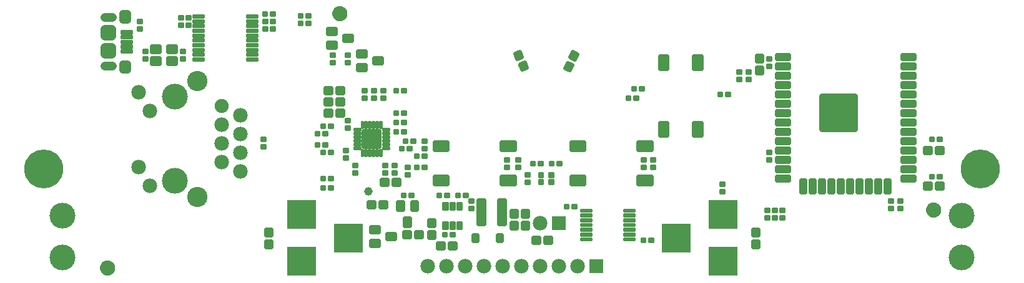
<source format=gbr>
G04 EAGLE Gerber RS-274X export*
G75*
%MOMM*%
%FSLAX34Y34*%
%LPD*%
%INSoldermask Top*%
%IPPOS*%
%AMOC8*
5,1,8,0,0,1.08239X$1,22.5*%
G01*
%ADD10C,5.283200*%
%ADD11C,3.505200*%
%ADD12C,0.399194*%
%ADD13C,0.553472*%
%ADD14C,0.446600*%
%ADD15C,0.617406*%
%ADD16C,0.525272*%
%ADD17C,0.689375*%
%ADD18C,0.728447*%
%ADD19C,0.518503*%
%ADD20C,1.219200*%
%ADD21C,0.404144*%
%ADD22C,0.897791*%
%ADD23C,1.156759*%
%ADD24C,0.296447*%
%ADD25C,0.702831*%
%ADD26C,1.981200*%
%ADD27C,1.903200*%
%ADD28C,2.743200*%
%ADD29C,3.503200*%
%ADD30R,4.013200X4.013200*%
%ADD31C,0.409631*%
%ADD32R,1.981200X1.981200*%
%ADD33C,0.329691*%
%ADD34C,1.000000*%
%ADD35C,0.343822*%
%ADD36C,0.608938*%
%ADD37C,1.159600*%


D10*
X50800Y152400D03*
X1320800Y152400D03*
D11*
X76200Y88900D03*
X76200Y31750D03*
X1295400Y31750D03*
X1295400Y88900D03*
D12*
X248400Y346040D02*
X248400Y349580D01*
X248400Y346040D02*
X244360Y346040D01*
X244360Y349580D01*
X248400Y349580D01*
X248400Y356540D02*
X248400Y360080D01*
X248400Y356540D02*
X244360Y356540D01*
X244360Y360080D01*
X248400Y360080D01*
X345960Y194980D02*
X345960Y191440D01*
X345960Y194980D02*
X350000Y194980D01*
X350000Y191440D01*
X345960Y191440D01*
X345960Y184480D02*
X345960Y180940D01*
X345960Y184480D02*
X350000Y184480D01*
X350000Y180940D01*
X345960Y180940D01*
X499860Y246980D02*
X499860Y250520D01*
X499860Y246980D02*
X495820Y246980D01*
X495820Y250520D01*
X499860Y250520D01*
X499860Y257480D02*
X499860Y261020D01*
X499860Y257480D02*
X495820Y257480D01*
X495820Y261020D01*
X499860Y261020D01*
D13*
X579829Y66869D02*
X579829Y59371D01*
X573331Y59371D01*
X573331Y66869D01*
X579829Y66869D01*
X579829Y64629D02*
X573331Y64629D01*
X579829Y75371D02*
X579829Y82869D01*
X579829Y75371D02*
X573331Y75371D01*
X573331Y82869D01*
X579829Y82869D01*
X579829Y80629D02*
X573331Y80629D01*
X352351Y70169D02*
X352351Y62671D01*
X352351Y70169D02*
X358849Y70169D01*
X358849Y62671D01*
X352351Y62671D01*
X352351Y67929D02*
X358849Y67929D01*
X352351Y54169D02*
X352351Y46671D01*
X352351Y54169D02*
X358849Y54169D01*
X358849Y46671D01*
X352351Y46671D01*
X352351Y51929D02*
X358849Y51929D01*
D12*
X691400Y163500D02*
X691400Y167040D01*
X695440Y167040D01*
X695440Y163500D01*
X691400Y163500D01*
X691400Y156540D02*
X691400Y153000D01*
X691400Y156540D02*
X695440Y156540D01*
X695440Y153000D01*
X691400Y153000D01*
X995160Y272380D02*
X995160Y275920D01*
X995160Y272380D02*
X991120Y272380D01*
X991120Y275920D01*
X995160Y275920D01*
X995160Y282880D02*
X995160Y286420D01*
X995160Y282880D02*
X991120Y282880D01*
X991120Y286420D01*
X995160Y286420D01*
X865620Y156540D02*
X865620Y153000D01*
X861580Y153000D01*
X861580Y156540D01*
X865620Y156540D01*
X865620Y163500D02*
X865620Y167040D01*
X865620Y163500D02*
X861580Y163500D01*
X861580Y167040D01*
X865620Y167040D01*
D13*
X498511Y296471D02*
X498511Y302969D01*
X509009Y302969D01*
X509009Y296471D01*
X498511Y296471D01*
X498511Y301729D02*
X509009Y301729D01*
X476511Y293469D02*
X476511Y286971D01*
X476511Y293469D02*
X487009Y293469D01*
X487009Y286971D01*
X476511Y286971D01*
X476511Y292229D02*
X487009Y292229D01*
X476511Y305971D02*
X476511Y312469D01*
X487009Y312469D01*
X487009Y305971D01*
X476511Y305971D01*
X476511Y311229D02*
X487009Y311229D01*
X457871Y326951D02*
X457871Y333449D01*
X468369Y333449D01*
X468369Y326951D01*
X457871Y326951D01*
X457871Y332209D02*
X468369Y332209D01*
X435871Y323949D02*
X435871Y317451D01*
X435871Y323949D02*
X446369Y323949D01*
X446369Y317451D01*
X435871Y317451D01*
X435871Y322709D02*
X446369Y322709D01*
X435871Y336451D02*
X435871Y342949D01*
X446369Y342949D01*
X446369Y336451D01*
X435871Y336451D01*
X435871Y341709D02*
X446369Y341709D01*
D12*
X1029220Y98460D02*
X1029220Y94920D01*
X1029220Y98460D02*
X1033260Y98460D01*
X1033260Y94920D01*
X1029220Y94920D01*
X1029220Y87960D02*
X1029220Y84420D01*
X1029220Y87960D02*
X1033260Y87960D01*
X1033260Y84420D01*
X1029220Y84420D01*
X704100Y143180D02*
X704100Y146720D01*
X708140Y146720D01*
X708140Y143180D01*
X704100Y143180D01*
X704100Y136220D02*
X704100Y132680D01*
X704100Y136220D02*
X708140Y136220D01*
X708140Y132680D01*
X704100Y132680D01*
X1252820Y191020D02*
X1256360Y191020D01*
X1252820Y191020D02*
X1252820Y195060D01*
X1256360Y195060D01*
X1256360Y191020D01*
X1256360Y194812D02*
X1252820Y194812D01*
X1263320Y191020D02*
X1266860Y191020D01*
X1263320Y191020D02*
X1263320Y195060D01*
X1266860Y195060D01*
X1266860Y191020D01*
X1266860Y194812D02*
X1263320Y194812D01*
X1256360Y140220D02*
X1252820Y140220D01*
X1252820Y144260D01*
X1256360Y144260D01*
X1256360Y140220D01*
X1256360Y144012D02*
X1252820Y144012D01*
X1263320Y140220D02*
X1266860Y140220D01*
X1263320Y140220D02*
X1263320Y144260D01*
X1266860Y144260D01*
X1266860Y140220D01*
X1266860Y144012D02*
X1263320Y144012D01*
X540420Y261100D02*
X536880Y261100D01*
X540420Y261100D02*
X540420Y257060D01*
X536880Y257060D01*
X536880Y261100D01*
X536880Y260852D02*
X540420Y260852D01*
X529920Y261100D02*
X526380Y261100D01*
X529920Y261100D02*
X529920Y257060D01*
X526380Y257060D01*
X526380Y261100D01*
X526380Y260852D02*
X529920Y260852D01*
X676160Y167040D02*
X676160Y163500D01*
X676160Y167040D02*
X680200Y167040D01*
X680200Y163500D01*
X676160Y163500D01*
X676160Y156540D02*
X676160Y153000D01*
X676160Y156540D02*
X680200Y156540D01*
X680200Y153000D01*
X676160Y153000D01*
X1007860Y272380D02*
X1007860Y275920D01*
X1007860Y272380D02*
X1003820Y272380D01*
X1003820Y275920D01*
X1007860Y275920D01*
X1007860Y282880D02*
X1007860Y286420D01*
X1007860Y282880D02*
X1003820Y282880D01*
X1003820Y286420D01*
X1007860Y286420D01*
X874280Y167040D02*
X874280Y163500D01*
X874280Y167040D02*
X878320Y167040D01*
X878320Y163500D01*
X874280Y163500D01*
X874280Y156540D02*
X874280Y153000D01*
X874280Y156540D02*
X878320Y156540D01*
X878320Y153000D01*
X874280Y153000D01*
X1200900Y100660D02*
X1200900Y97120D01*
X1196860Y97120D01*
X1196860Y100660D01*
X1200900Y100660D01*
X1200900Y107620D02*
X1200900Y111160D01*
X1200900Y107620D02*
X1196860Y107620D01*
X1196860Y111160D01*
X1200900Y111160D01*
X968260Y130480D02*
X968260Y134020D01*
X972300Y134020D01*
X972300Y130480D01*
X968260Y130480D01*
X968260Y123520D02*
X968260Y119980D01*
X968260Y123520D02*
X972300Y123520D01*
X972300Y119980D01*
X968260Y119980D01*
X976300Y256020D02*
X979840Y256020D01*
X979840Y251980D01*
X976300Y251980D01*
X976300Y256020D01*
X976300Y255772D02*
X979840Y255772D01*
X969340Y256020D02*
X965800Y256020D01*
X969340Y256020D02*
X969340Y251980D01*
X965800Y251980D01*
X965800Y256020D01*
X965800Y255772D02*
X969340Y255772D01*
X1043420Y87960D02*
X1043420Y84420D01*
X1039380Y84420D01*
X1039380Y87960D01*
X1043420Y87960D01*
X1043420Y94920D02*
X1043420Y98460D01*
X1043420Y94920D02*
X1039380Y94920D01*
X1039380Y98460D01*
X1043420Y98460D01*
X441360Y212840D02*
X437820Y212840D01*
X441360Y212840D02*
X441360Y208800D01*
X437820Y208800D01*
X437820Y212840D01*
X437820Y212592D02*
X441360Y212592D01*
X430860Y212840D02*
X427320Y212840D01*
X430860Y212840D02*
X430860Y208800D01*
X427320Y208800D01*
X427320Y212840D01*
X427320Y212592D02*
X430860Y212592D01*
X437820Y177280D02*
X441360Y177280D01*
X441360Y173240D01*
X437820Y173240D01*
X437820Y177280D01*
X437820Y177032D02*
X441360Y177032D01*
X430860Y177280D02*
X427320Y177280D01*
X430860Y177280D02*
X430860Y173240D01*
X427320Y173240D01*
X427320Y177280D01*
X427320Y177032D02*
X430860Y177032D01*
X430200Y187440D02*
X433740Y187440D01*
X433740Y183400D01*
X430200Y183400D01*
X430200Y187440D01*
X430200Y187192D02*
X433740Y187192D01*
X423240Y187440D02*
X419700Y187440D01*
X423240Y187440D02*
X423240Y183400D01*
X419700Y183400D01*
X419700Y187440D01*
X419700Y187192D02*
X423240Y187192D01*
X430200Y202680D02*
X433740Y202680D01*
X433740Y198640D01*
X430200Y198640D01*
X430200Y202680D01*
X430200Y202432D02*
X433740Y202432D01*
X423240Y202680D02*
X419700Y202680D01*
X423240Y202680D02*
X423240Y198640D01*
X419700Y198640D01*
X419700Y202680D01*
X419700Y202432D02*
X423240Y202432D01*
X526380Y201180D02*
X529920Y201180D01*
X526380Y201180D02*
X526380Y205220D01*
X529920Y205220D01*
X529920Y201180D01*
X529920Y204972D02*
X526380Y204972D01*
X536880Y201180D02*
X540420Y201180D01*
X536880Y201180D02*
X536880Y205220D01*
X540420Y205220D01*
X540420Y201180D01*
X540420Y204972D02*
X536880Y204972D01*
X554320Y152920D02*
X557860Y152920D01*
X554320Y152920D02*
X554320Y156960D01*
X557860Y156960D01*
X557860Y152920D01*
X557860Y156712D02*
X554320Y156712D01*
X564820Y152920D02*
X568360Y152920D01*
X564820Y152920D02*
X564820Y156960D01*
X568360Y156960D01*
X568360Y152920D01*
X568360Y156712D02*
X564820Y156712D01*
X568440Y178400D02*
X568440Y181940D01*
X568440Y178400D02*
X564400Y178400D01*
X564400Y181940D01*
X568440Y181940D01*
X568440Y188900D02*
X568440Y192440D01*
X568440Y188900D02*
X564400Y188900D01*
X564400Y192440D01*
X568440Y192440D01*
X529920Y226580D02*
X526380Y226580D01*
X526380Y230620D01*
X529920Y230620D01*
X529920Y226580D01*
X529920Y230372D02*
X526380Y230372D01*
X536880Y226580D02*
X540420Y226580D01*
X536880Y226580D02*
X536880Y230620D01*
X540420Y230620D01*
X540420Y226580D01*
X540420Y230372D02*
X536880Y230372D01*
X461760Y169240D02*
X461760Y165700D01*
X457720Y165700D01*
X457720Y169240D01*
X461760Y169240D01*
X461760Y176200D02*
X461760Y179740D01*
X461760Y176200D02*
X457720Y176200D01*
X457720Y179740D01*
X461760Y179740D01*
X441360Y141720D02*
X437820Y141720D01*
X441360Y141720D02*
X441360Y137680D01*
X437820Y137680D01*
X437820Y141720D01*
X437820Y141472D02*
X441360Y141472D01*
X430860Y141720D02*
X427320Y141720D01*
X430860Y141720D02*
X430860Y137680D01*
X427320Y137680D01*
X427320Y141720D01*
X427320Y141472D02*
X430860Y141472D01*
X439940Y305740D02*
X439940Y309280D01*
X443980Y309280D01*
X443980Y305740D01*
X439940Y305740D01*
X439940Y298780D02*
X439940Y295240D01*
X439940Y298780D02*
X443980Y298780D01*
X443980Y295240D01*
X439940Y295240D01*
X441360Y129020D02*
X437820Y129020D01*
X441360Y129020D02*
X441360Y124980D01*
X437820Y124980D01*
X437820Y129020D01*
X437820Y128772D02*
X441360Y128772D01*
X430860Y129020D02*
X427320Y129020D01*
X430860Y129020D02*
X430860Y124980D01*
X427320Y124980D01*
X427320Y129020D01*
X427320Y128772D02*
X430860Y128772D01*
X549580Y192520D02*
X553120Y192520D01*
X553120Y188480D01*
X549580Y188480D01*
X549580Y192520D01*
X549580Y192272D02*
X553120Y192272D01*
X542620Y192520D02*
X539080Y192520D01*
X542620Y192520D02*
X542620Y188480D01*
X539080Y188480D01*
X539080Y192520D01*
X539080Y192272D02*
X542620Y192272D01*
X529920Y213880D02*
X526380Y213880D01*
X526380Y217920D01*
X529920Y217920D01*
X529920Y213880D01*
X529920Y217672D02*
X526380Y217672D01*
X536880Y213880D02*
X540420Y213880D01*
X536880Y213880D02*
X536880Y217920D01*
X540420Y217920D01*
X540420Y213880D01*
X540420Y217672D02*
X536880Y217672D01*
X541540Y156880D02*
X541540Y153340D01*
X541540Y156880D02*
X545580Y156880D01*
X545580Y153340D01*
X541540Y153340D01*
X541540Y146380D02*
X541540Y142840D01*
X541540Y146380D02*
X545580Y146380D01*
X545580Y142840D01*
X541540Y142840D01*
X564820Y172200D02*
X568360Y172200D01*
X568360Y168160D01*
X564820Y168160D01*
X564820Y172200D01*
X564820Y171952D02*
X568360Y171952D01*
X557860Y172200D02*
X554320Y172200D01*
X557860Y172200D02*
X557860Y168160D01*
X554320Y168160D01*
X554320Y172200D01*
X554320Y171952D02*
X557860Y171952D01*
X487160Y246980D02*
X487160Y250520D01*
X487160Y246980D02*
X483120Y246980D01*
X483120Y250520D01*
X487160Y250520D01*
X487160Y257480D02*
X487160Y261020D01*
X487160Y257480D02*
X483120Y257480D01*
X483120Y261020D01*
X487160Y261020D01*
X757520Y99580D02*
X761060Y99580D01*
X757520Y99580D02*
X757520Y103620D01*
X761060Y103620D01*
X761060Y99580D01*
X761060Y103372D02*
X757520Y103372D01*
X768020Y99580D02*
X771560Y99580D01*
X768020Y99580D02*
X768020Y103620D01*
X771560Y103620D01*
X771560Y99580D01*
X771560Y103372D02*
X768020Y103372D01*
X464300Y295240D02*
X464300Y298780D01*
X464300Y295240D02*
X460260Y295240D01*
X460260Y298780D01*
X464300Y298780D01*
X464300Y305740D02*
X464300Y309280D01*
X464300Y305740D02*
X460260Y305740D01*
X460260Y309280D01*
X464300Y309280D01*
X352120Y361200D02*
X348580Y361200D01*
X348580Y365240D01*
X352120Y365240D01*
X352120Y361200D01*
X352120Y364992D02*
X348580Y364992D01*
X359080Y361200D02*
X362620Y361200D01*
X359080Y361200D02*
X359080Y365240D01*
X362620Y365240D01*
X362620Y361200D01*
X362620Y364992D02*
X359080Y364992D01*
X1213600Y100660D02*
X1213600Y97120D01*
X1209560Y97120D01*
X1209560Y100660D01*
X1213600Y100660D01*
X1213600Y107620D02*
X1213600Y111160D01*
X1213600Y107620D02*
X1209560Y107620D01*
X1209560Y111160D01*
X1213600Y111160D01*
X751240Y162040D02*
X747700Y162040D01*
X751240Y162040D02*
X751240Y158000D01*
X747700Y158000D01*
X747700Y162040D01*
X747700Y161792D02*
X751240Y161792D01*
X740740Y162040D02*
X737200Y162040D01*
X740740Y162040D02*
X740740Y158000D01*
X737200Y158000D01*
X737200Y162040D01*
X737200Y161792D02*
X740740Y161792D01*
X715340Y158000D02*
X711800Y158000D01*
X711800Y162040D01*
X715340Y162040D01*
X715340Y158000D01*
X715340Y161792D02*
X711800Y161792D01*
X722300Y158000D02*
X725840Y158000D01*
X722300Y158000D02*
X722300Y162040D01*
X725840Y162040D01*
X725840Y158000D01*
X725840Y161792D02*
X722300Y161792D01*
D13*
X456249Y262329D02*
X448751Y262329D01*
X456249Y262329D02*
X456249Y255831D01*
X448751Y255831D01*
X448751Y262329D01*
X448751Y261089D02*
X456249Y261089D01*
X440249Y262329D02*
X432751Y262329D01*
X440249Y262329D02*
X440249Y255831D01*
X432751Y255831D01*
X432751Y262329D01*
X432751Y261089D02*
X440249Y261089D01*
X440249Y225351D02*
X432751Y225351D01*
X432751Y231849D01*
X440249Y231849D01*
X440249Y225351D01*
X440249Y230609D02*
X432751Y230609D01*
X448751Y225351D02*
X456249Y225351D01*
X448751Y225351D02*
X448751Y231849D01*
X456249Y231849D01*
X456249Y225351D01*
X456249Y230609D02*
X448751Y230609D01*
D12*
X1035800Y166700D02*
X1035800Y163160D01*
X1031760Y163160D01*
X1031760Y166700D01*
X1035800Y166700D01*
X1035800Y173660D02*
X1035800Y177200D01*
X1035800Y173660D02*
X1031760Y173660D01*
X1031760Y177200D01*
X1035800Y177200D01*
X464300Y206340D02*
X464300Y209880D01*
X464300Y206340D02*
X460260Y206340D01*
X460260Y209880D01*
X464300Y209880D01*
X464300Y216840D02*
X464300Y220380D01*
X464300Y216840D02*
X460260Y216840D01*
X460260Y220380D01*
X464300Y220380D01*
X470420Y159420D02*
X470420Y155880D01*
X470420Y159420D02*
X474460Y159420D01*
X474460Y155880D01*
X470420Y155880D01*
X470420Y148920D02*
X470420Y145380D01*
X470420Y148920D02*
X474460Y148920D01*
X474460Y145380D01*
X470420Y145380D01*
D13*
X524951Y137869D02*
X532449Y137869D01*
X532449Y131371D01*
X524951Y131371D01*
X524951Y137869D01*
X524951Y136629D02*
X532449Y136629D01*
X516449Y137869D02*
X508951Y137869D01*
X516449Y137869D02*
X516449Y131371D01*
X508951Y131371D01*
X508951Y137869D01*
X508951Y136629D02*
X516449Y136629D01*
X1024329Y282891D02*
X1024329Y290389D01*
X1024329Y282891D02*
X1017831Y282891D01*
X1017831Y290389D01*
X1024329Y290389D01*
X1024329Y288149D02*
X1017831Y288149D01*
X1024329Y298891D02*
X1024329Y306389D01*
X1024329Y298891D02*
X1017831Y298891D01*
X1017831Y306389D01*
X1024329Y306389D01*
X1024329Y304149D02*
X1017831Y304149D01*
D12*
X1035800Y293700D02*
X1035800Y290160D01*
X1031760Y290160D01*
X1031760Y293700D01*
X1035800Y293700D01*
X1035800Y300660D02*
X1035800Y304200D01*
X1035800Y300660D02*
X1031760Y300660D01*
X1031760Y304200D01*
X1035800Y304200D01*
D13*
X1012751Y70169D02*
X1012751Y62671D01*
X1012751Y70169D02*
X1019249Y70169D01*
X1019249Y62671D01*
X1012751Y62671D01*
X1012751Y67929D02*
X1019249Y67929D01*
X1012751Y54169D02*
X1012751Y46671D01*
X1012751Y54169D02*
X1019249Y54169D01*
X1019249Y46671D01*
X1012751Y46671D01*
X1012751Y51929D02*
X1019249Y51929D01*
X685091Y88071D02*
X685091Y95569D01*
X691589Y95569D01*
X691589Y88071D01*
X685091Y88071D01*
X685091Y93329D02*
X691589Y93329D01*
X685091Y79569D02*
X685091Y72071D01*
X685091Y79569D02*
X691589Y79569D01*
X691589Y72071D01*
X685091Y72071D01*
X685091Y77329D02*
X691589Y77329D01*
D12*
X1049540Y94920D02*
X1049540Y98460D01*
X1053580Y98460D01*
X1053580Y94920D01*
X1049540Y94920D01*
X1049540Y87960D02*
X1049540Y84420D01*
X1049540Y87960D02*
X1053580Y87960D01*
X1053580Y84420D01*
X1049540Y84420D01*
X511060Y155880D02*
X511060Y159420D01*
X515100Y159420D01*
X515100Y155880D01*
X511060Y155880D01*
X511060Y148920D02*
X511060Y145380D01*
X511060Y148920D02*
X515100Y148920D01*
X515100Y145380D01*
X511060Y145380D01*
X523760Y155880D02*
X523760Y159420D01*
X527800Y159420D01*
X527800Y155880D01*
X523760Y155880D01*
X523760Y148920D02*
X523760Y145380D01*
X523760Y148920D02*
X527800Y148920D01*
X527800Y145380D01*
X523760Y145380D01*
X348500Y351460D02*
X348500Y355000D01*
X352540Y355000D01*
X352540Y351460D01*
X348500Y351460D01*
X348500Y344500D02*
X348500Y340960D01*
X348500Y344500D02*
X352540Y344500D01*
X352540Y340960D01*
X348500Y340960D01*
X358660Y351460D02*
X358660Y355000D01*
X362700Y355000D01*
X362700Y351460D01*
X358660Y351460D01*
X358660Y344500D02*
X358660Y340960D01*
X358660Y344500D02*
X362700Y344500D01*
X362700Y340960D01*
X358660Y340960D01*
X238240Y346040D02*
X238240Y349580D01*
X238240Y346040D02*
X234200Y346040D01*
X234200Y349580D01*
X238240Y349580D01*
X238240Y356540D02*
X238240Y360080D01*
X238240Y356540D02*
X234200Y356540D01*
X234200Y360080D01*
X238240Y360080D01*
D13*
X516291Y64209D02*
X516291Y57711D01*
X516291Y64209D02*
X526789Y64209D01*
X526789Y57711D01*
X516291Y57711D01*
X516291Y62969D02*
X526789Y62969D01*
X494291Y54709D02*
X494291Y48211D01*
X494291Y54709D02*
X504789Y54709D01*
X504789Y48211D01*
X494291Y48211D01*
X494291Y53469D02*
X504789Y53469D01*
X494291Y67211D02*
X494291Y73709D01*
X504789Y73709D01*
X504789Y67211D01*
X494291Y67211D01*
X494291Y72469D02*
X504789Y72469D01*
D12*
X182360Y340960D02*
X182360Y344500D01*
X182360Y340960D02*
X178320Y340960D01*
X178320Y344500D01*
X182360Y344500D01*
X182360Y351460D02*
X182360Y355000D01*
X182360Y351460D02*
X178320Y351460D01*
X178320Y355000D01*
X182360Y355000D01*
D13*
X448751Y247089D02*
X456249Y247089D01*
X456249Y240591D01*
X448751Y240591D01*
X448751Y247089D01*
X448751Y245849D02*
X456249Y245849D01*
X440249Y247089D02*
X432751Y247089D01*
X440249Y247089D02*
X440249Y240591D01*
X432751Y240591D01*
X432751Y247089D01*
X432751Y245849D02*
X440249Y245849D01*
D14*
X611787Y105683D02*
X611787Y98117D01*
X611787Y105683D02*
X616253Y105683D01*
X616253Y98117D01*
X611787Y98117D01*
X611787Y102360D02*
X616253Y102360D01*
X602287Y105683D02*
X602287Y98117D01*
X602287Y105683D02*
X606753Y105683D01*
X606753Y98117D01*
X602287Y98117D01*
X602287Y102360D02*
X606753Y102360D01*
X592787Y105683D02*
X592787Y98117D01*
X592787Y105683D02*
X597253Y105683D01*
X597253Y98117D01*
X592787Y98117D01*
X592787Y102360D02*
X597253Y102360D01*
X592787Y79683D02*
X592787Y72117D01*
X592787Y79683D02*
X597253Y79683D01*
X597253Y72117D01*
X592787Y72117D01*
X592787Y76360D02*
X597253Y76360D01*
X602287Y79683D02*
X602287Y72117D01*
X602287Y79683D02*
X606753Y79683D01*
X606753Y72117D01*
X602287Y72117D01*
X602287Y76360D02*
X606753Y76360D01*
X611787Y79683D02*
X611787Y72117D01*
X611787Y79683D02*
X616253Y79683D01*
X616253Y72117D01*
X611787Y72117D01*
X611787Y76360D02*
X616253Y76360D01*
D15*
X639931Y77551D02*
X647789Y77551D01*
X639931Y77551D02*
X639931Y110409D01*
X647789Y110409D01*
X647789Y77551D01*
X647789Y83416D02*
X639931Y83416D01*
X639931Y89281D02*
X647789Y89281D01*
X647789Y95146D02*
X639931Y95146D01*
X639931Y101011D02*
X647789Y101011D01*
X647789Y106876D02*
X639931Y106876D01*
X667931Y77551D02*
X675789Y77551D01*
X667931Y77551D02*
X667931Y110409D01*
X675789Y110409D01*
X675789Y77551D01*
X675789Y83416D02*
X667931Y83416D01*
X667931Y89281D02*
X675789Y89281D01*
X675789Y95146D02*
X667931Y95146D01*
X667931Y101011D02*
X675789Y101011D01*
X675789Y106876D02*
X667931Y106876D01*
D12*
X606460Y65520D02*
X602920Y65520D01*
X606460Y65520D02*
X606460Y61480D01*
X602920Y61480D01*
X602920Y65520D01*
X602920Y65272D02*
X606460Y65272D01*
X595960Y65520D02*
X592420Y65520D01*
X595960Y65520D02*
X595960Y61480D01*
X592420Y61480D01*
X592420Y65520D01*
X592420Y65272D02*
X595960Y65272D01*
X627900Y107620D02*
X627900Y111160D01*
X631940Y111160D01*
X631940Y107620D01*
X627900Y107620D01*
X627900Y100660D02*
X627900Y97120D01*
X627900Y100660D02*
X631940Y100660D01*
X631940Y97120D01*
X627900Y97120D01*
X613740Y114820D02*
X610200Y114820D01*
X610200Y118860D01*
X613740Y118860D01*
X613740Y114820D01*
X613740Y118612D02*
X610200Y118612D01*
X620700Y114820D02*
X624240Y114820D01*
X620700Y114820D02*
X620700Y118860D01*
X624240Y118860D01*
X624240Y114820D01*
X624240Y118612D02*
X620700Y118612D01*
X588340Y114820D02*
X584800Y114820D01*
X584800Y118860D01*
X588340Y118860D01*
X588340Y114820D01*
X588340Y118612D02*
X584800Y118612D01*
X595300Y114820D02*
X598840Y114820D01*
X595300Y114820D02*
X595300Y118860D01*
X598840Y118860D01*
X598840Y114820D01*
X598840Y118612D02*
X595300Y118612D01*
D16*
X639359Y62906D02*
X639359Y53934D01*
X633435Y53934D01*
X633435Y62906D01*
X639359Y62906D01*
X639359Y58924D02*
X633435Y58924D01*
X672125Y62906D02*
X672125Y53934D01*
X666201Y53934D01*
X666201Y62906D01*
X672125Y62906D01*
X672125Y58924D02*
X666201Y58924D01*
D12*
X540080Y114820D02*
X536540Y114820D01*
X536540Y118860D01*
X540080Y118860D01*
X540080Y114820D01*
X540080Y118612D02*
X536540Y118612D01*
X547040Y114820D02*
X550580Y114820D01*
X547040Y114820D02*
X547040Y118860D01*
X550580Y118860D01*
X550580Y114820D01*
X550580Y118612D02*
X547040Y118612D01*
D13*
X546929Y60251D02*
X539431Y60251D01*
X539431Y66749D01*
X546929Y66749D01*
X546929Y60251D01*
X546929Y65509D02*
X539431Y65509D01*
X555431Y60251D02*
X562929Y60251D01*
X555431Y60251D02*
X555431Y66749D01*
X562929Y66749D01*
X562929Y60251D01*
X562929Y65509D02*
X555431Y65509D01*
D17*
X581431Y132451D02*
X597569Y132451D01*
X581431Y132451D02*
X581431Y141589D01*
X597569Y141589D01*
X597569Y132451D01*
X597569Y139000D02*
X581431Y139000D01*
X581431Y178451D02*
X597569Y178451D01*
X581431Y178451D02*
X581431Y187589D01*
X597569Y187589D01*
X597569Y178451D01*
X597569Y185000D02*
X581431Y185000D01*
X672431Y178451D02*
X688569Y178451D01*
X672431Y178451D02*
X672431Y187589D01*
X688569Y187589D01*
X688569Y178451D01*
X688569Y185000D02*
X672431Y185000D01*
X672431Y132451D02*
X688569Y132451D01*
X672431Y132451D02*
X672431Y141589D01*
X688569Y141589D01*
X688569Y132451D01*
X688569Y139000D02*
X672431Y139000D01*
X941969Y197891D02*
X941969Y214029D01*
X941969Y197891D02*
X932831Y197891D01*
X932831Y214029D01*
X941969Y214029D01*
X941969Y204440D02*
X932831Y204440D01*
X932831Y210989D02*
X941969Y210989D01*
X895969Y214029D02*
X895969Y197891D01*
X886831Y197891D01*
X886831Y214029D01*
X895969Y214029D01*
X895969Y204440D02*
X886831Y204440D01*
X886831Y210989D02*
X895969Y210989D01*
X895969Y288891D02*
X895969Y305029D01*
X895969Y288891D02*
X886831Y288891D01*
X886831Y305029D01*
X895969Y305029D01*
X895969Y295440D02*
X886831Y295440D01*
X886831Y301989D02*
X895969Y301989D01*
X941969Y305029D02*
X941969Y288891D01*
X932831Y288891D01*
X932831Y305029D01*
X941969Y305029D01*
X941969Y295440D02*
X932831Y295440D01*
X932831Y301989D02*
X941969Y301989D01*
X782989Y132451D02*
X766851Y132451D01*
X766851Y141589D01*
X782989Y141589D01*
X782989Y132451D01*
X782989Y139000D02*
X766851Y139000D01*
X766851Y178451D02*
X782989Y178451D01*
X766851Y178451D02*
X766851Y187589D01*
X782989Y187589D01*
X782989Y178451D01*
X782989Y185000D02*
X766851Y185000D01*
X857851Y178451D02*
X873989Y178451D01*
X857851Y178451D02*
X857851Y187589D01*
X873989Y187589D01*
X873989Y178451D01*
X873989Y185000D02*
X857851Y185000D01*
X857851Y132451D02*
X873989Y132451D01*
X857851Y132451D02*
X857851Y141589D01*
X873989Y141589D01*
X873989Y132451D01*
X873989Y139000D02*
X857851Y139000D01*
D12*
X537540Y178320D02*
X534000Y178320D01*
X534000Y182360D01*
X537540Y182360D01*
X537540Y178320D01*
X537540Y182112D02*
X534000Y182112D01*
X544500Y178320D02*
X548040Y178320D01*
X544500Y178320D02*
X544500Y182360D01*
X548040Y182360D01*
X548040Y178320D01*
X548040Y182112D02*
X544500Y182112D01*
X508520Y257480D02*
X508520Y261020D01*
X512560Y261020D01*
X512560Y257480D01*
X508520Y257480D01*
X508520Y250520D02*
X508520Y246980D01*
X508520Y250520D02*
X512560Y250520D01*
X512560Y246980D01*
X508520Y246980D01*
X861660Y53860D02*
X865200Y53860D01*
X861660Y53860D02*
X861660Y57900D01*
X865200Y57900D01*
X865200Y53860D01*
X865200Y57652D02*
X861660Y57652D01*
X872160Y53860D02*
X875700Y53860D01*
X872160Y53860D02*
X872160Y57900D01*
X875700Y57900D01*
X875700Y53860D01*
X875700Y57652D02*
X872160Y57652D01*
D18*
X1105546Y206686D02*
X1150294Y206686D01*
X1105546Y206686D02*
X1105546Y251434D01*
X1150294Y251434D01*
X1150294Y206686D01*
X1150294Y213606D02*
X1105546Y213606D01*
X1105546Y220526D02*
X1150294Y220526D01*
X1150294Y227446D02*
X1105546Y227446D01*
X1105546Y234366D02*
X1150294Y234366D01*
X1150294Y241286D02*
X1105546Y241286D01*
X1105546Y248206D02*
X1150294Y248206D01*
D19*
X1061344Y301136D02*
X1044496Y301136D01*
X1044496Y306984D01*
X1061344Y306984D01*
X1061344Y301136D01*
X1061344Y306062D02*
X1044496Y306062D01*
X1044496Y288436D02*
X1061344Y288436D01*
X1044496Y288436D02*
X1044496Y294284D01*
X1061344Y294284D01*
X1061344Y288436D01*
X1061344Y293362D02*
X1044496Y293362D01*
X1044496Y275736D02*
X1061344Y275736D01*
X1044496Y275736D02*
X1044496Y281584D01*
X1061344Y281584D01*
X1061344Y275736D01*
X1061344Y280662D02*
X1044496Y280662D01*
X1044496Y263036D02*
X1061344Y263036D01*
X1044496Y263036D02*
X1044496Y268884D01*
X1061344Y268884D01*
X1061344Y263036D01*
X1061344Y267962D02*
X1044496Y267962D01*
X1044496Y250336D02*
X1061344Y250336D01*
X1044496Y250336D02*
X1044496Y256184D01*
X1061344Y256184D01*
X1061344Y250336D01*
X1061344Y255262D02*
X1044496Y255262D01*
X1044496Y237636D02*
X1061344Y237636D01*
X1044496Y237636D02*
X1044496Y243484D01*
X1061344Y243484D01*
X1061344Y237636D01*
X1061344Y242562D02*
X1044496Y242562D01*
X1044496Y224936D02*
X1061344Y224936D01*
X1044496Y224936D02*
X1044496Y230784D01*
X1061344Y230784D01*
X1061344Y224936D01*
X1061344Y229862D02*
X1044496Y229862D01*
X1044496Y212236D02*
X1061344Y212236D01*
X1044496Y212236D02*
X1044496Y218084D01*
X1061344Y218084D01*
X1061344Y212236D01*
X1061344Y217162D02*
X1044496Y217162D01*
X1044496Y199536D02*
X1061344Y199536D01*
X1044496Y199536D02*
X1044496Y205384D01*
X1061344Y205384D01*
X1061344Y199536D01*
X1061344Y204462D02*
X1044496Y204462D01*
X1044496Y186836D02*
X1061344Y186836D01*
X1044496Y186836D02*
X1044496Y192684D01*
X1061344Y192684D01*
X1061344Y186836D01*
X1061344Y191762D02*
X1044496Y191762D01*
X1044496Y174136D02*
X1061344Y174136D01*
X1044496Y174136D02*
X1044496Y179984D01*
X1061344Y179984D01*
X1061344Y174136D01*
X1061344Y179062D02*
X1044496Y179062D01*
X1044496Y161436D02*
X1061344Y161436D01*
X1044496Y161436D02*
X1044496Y167284D01*
X1061344Y167284D01*
X1061344Y161436D01*
X1061344Y166362D02*
X1044496Y166362D01*
X1044496Y148736D02*
X1061344Y148736D01*
X1044496Y148736D02*
X1044496Y154584D01*
X1061344Y154584D01*
X1061344Y148736D01*
X1061344Y153662D02*
X1044496Y153662D01*
X1044496Y136036D02*
X1061344Y136036D01*
X1044496Y136036D02*
X1044496Y141884D01*
X1061344Y141884D01*
X1061344Y136036D01*
X1061344Y140962D02*
X1044496Y140962D01*
X1083694Y137384D02*
X1083694Y120536D01*
X1077846Y120536D01*
X1077846Y137384D01*
X1083694Y137384D01*
X1083694Y125462D02*
X1077846Y125462D01*
X1077846Y130388D02*
X1083694Y130388D01*
X1083694Y135314D02*
X1077846Y135314D01*
X1096394Y137384D02*
X1096394Y120536D01*
X1090546Y120536D01*
X1090546Y137384D01*
X1096394Y137384D01*
X1096394Y125462D02*
X1090546Y125462D01*
X1090546Y130388D02*
X1096394Y130388D01*
X1096394Y135314D02*
X1090546Y135314D01*
X1109094Y137384D02*
X1109094Y120536D01*
X1103246Y120536D01*
X1103246Y137384D01*
X1109094Y137384D01*
X1109094Y125462D02*
X1103246Y125462D01*
X1103246Y130388D02*
X1109094Y130388D01*
X1109094Y135314D02*
X1103246Y135314D01*
X1121794Y137384D02*
X1121794Y120536D01*
X1115946Y120536D01*
X1115946Y137384D01*
X1121794Y137384D01*
X1121794Y125462D02*
X1115946Y125462D01*
X1115946Y130388D02*
X1121794Y130388D01*
X1121794Y135314D02*
X1115946Y135314D01*
X1134494Y137384D02*
X1134494Y120536D01*
X1128646Y120536D01*
X1128646Y137384D01*
X1134494Y137384D01*
X1134494Y125462D02*
X1128646Y125462D01*
X1128646Y130388D02*
X1134494Y130388D01*
X1134494Y135314D02*
X1128646Y135314D01*
X1147194Y137384D02*
X1147194Y120536D01*
X1141346Y120536D01*
X1141346Y137384D01*
X1147194Y137384D01*
X1147194Y125462D02*
X1141346Y125462D01*
X1141346Y130388D02*
X1147194Y130388D01*
X1147194Y135314D02*
X1141346Y135314D01*
X1159894Y137384D02*
X1159894Y120536D01*
X1154046Y120536D01*
X1154046Y137384D01*
X1159894Y137384D01*
X1159894Y125462D02*
X1154046Y125462D01*
X1154046Y130388D02*
X1159894Y130388D01*
X1159894Y135314D02*
X1154046Y135314D01*
X1172594Y137384D02*
X1172594Y120536D01*
X1166746Y120536D01*
X1166746Y137384D01*
X1172594Y137384D01*
X1172594Y125462D02*
X1166746Y125462D01*
X1166746Y130388D02*
X1172594Y130388D01*
X1172594Y135314D02*
X1166746Y135314D01*
X1185294Y137384D02*
X1185294Y120536D01*
X1179446Y120536D01*
X1179446Y137384D01*
X1185294Y137384D01*
X1185294Y125462D02*
X1179446Y125462D01*
X1179446Y130388D02*
X1185294Y130388D01*
X1185294Y135314D02*
X1179446Y135314D01*
X1197994Y137384D02*
X1197994Y120536D01*
X1192146Y120536D01*
X1192146Y137384D01*
X1197994Y137384D01*
X1197994Y125462D02*
X1192146Y125462D01*
X1192146Y130388D02*
X1197994Y130388D01*
X1197994Y135314D02*
X1192146Y135314D01*
X1214496Y141884D02*
X1231344Y141884D01*
X1231344Y136036D01*
X1214496Y136036D01*
X1214496Y141884D01*
X1214496Y140962D02*
X1231344Y140962D01*
X1231344Y154584D02*
X1214496Y154584D01*
X1231344Y154584D02*
X1231344Y148736D01*
X1214496Y148736D01*
X1214496Y154584D01*
X1214496Y153662D02*
X1231344Y153662D01*
X1231344Y167284D02*
X1214496Y167284D01*
X1231344Y167284D02*
X1231344Y161436D01*
X1214496Y161436D01*
X1214496Y167284D01*
X1214496Y166362D02*
X1231344Y166362D01*
X1231344Y179984D02*
X1214496Y179984D01*
X1231344Y179984D02*
X1231344Y174136D01*
X1214496Y174136D01*
X1214496Y179984D01*
X1214496Y179062D02*
X1231344Y179062D01*
X1231344Y192684D02*
X1214496Y192684D01*
X1231344Y192684D02*
X1231344Y186836D01*
X1214496Y186836D01*
X1214496Y192684D01*
X1214496Y191762D02*
X1231344Y191762D01*
X1231344Y205384D02*
X1214496Y205384D01*
X1231344Y205384D02*
X1231344Y199536D01*
X1214496Y199536D01*
X1214496Y205384D01*
X1214496Y204462D02*
X1231344Y204462D01*
X1231344Y218084D02*
X1214496Y218084D01*
X1231344Y218084D02*
X1231344Y212236D01*
X1214496Y212236D01*
X1214496Y218084D01*
X1214496Y217162D02*
X1231344Y217162D01*
X1231344Y230784D02*
X1214496Y230784D01*
X1231344Y230784D02*
X1231344Y224936D01*
X1214496Y224936D01*
X1214496Y230784D01*
X1214496Y229862D02*
X1231344Y229862D01*
X1231344Y243484D02*
X1214496Y243484D01*
X1231344Y243484D02*
X1231344Y237636D01*
X1214496Y237636D01*
X1214496Y243484D01*
X1214496Y242562D02*
X1231344Y242562D01*
X1231344Y256184D02*
X1214496Y256184D01*
X1231344Y256184D02*
X1231344Y250336D01*
X1214496Y250336D01*
X1214496Y256184D01*
X1214496Y255262D02*
X1231344Y255262D01*
X1231344Y268884D02*
X1214496Y268884D01*
X1231344Y268884D02*
X1231344Y263036D01*
X1214496Y263036D01*
X1214496Y268884D01*
X1214496Y267962D02*
X1231344Y267962D01*
X1231344Y281584D02*
X1214496Y281584D01*
X1231344Y281584D02*
X1231344Y275736D01*
X1214496Y275736D01*
X1214496Y281584D01*
X1214496Y280662D02*
X1231344Y280662D01*
X1231344Y294284D02*
X1214496Y294284D01*
X1231344Y294284D02*
X1231344Y288436D01*
X1214496Y288436D01*
X1214496Y294284D01*
X1214496Y293362D02*
X1231344Y293362D01*
X1231344Y306984D02*
X1214496Y306984D01*
X1231344Y306984D02*
X1231344Y301136D01*
X1214496Y301136D01*
X1214496Y306984D01*
X1214496Y306062D02*
X1231344Y306062D01*
D20*
X143430Y358120D02*
X133270Y358120D01*
X133270Y292120D02*
X143430Y292120D01*
D21*
X169096Y324124D02*
X169096Y326116D01*
X169096Y324124D02*
X156104Y324124D01*
X156104Y326116D01*
X169096Y326116D01*
X169096Y330624D02*
X169096Y332616D01*
X169096Y330624D02*
X156104Y330624D01*
X156104Y332616D01*
X169096Y332616D01*
X169096Y319616D02*
X169096Y317624D01*
X156104Y317624D01*
X156104Y319616D01*
X169096Y319616D01*
X169096Y313116D02*
X169096Y311124D01*
X156104Y311124D01*
X156104Y313116D01*
X169096Y313116D01*
X169096Y337124D02*
X169096Y339116D01*
X169096Y337124D02*
X156104Y337124D01*
X156104Y339116D01*
X169096Y339116D01*
D22*
X164357Y354593D02*
X157303Y354593D01*
X157303Y363647D01*
X164357Y363647D01*
X164357Y354593D01*
X164357Y363122D02*
X157303Y363122D01*
X157303Y286593D02*
X164357Y286593D01*
X157303Y286593D02*
X157303Y295647D01*
X164357Y295647D01*
X164357Y286593D01*
X164357Y295122D02*
X157303Y295122D01*
D23*
X133618Y332388D02*
X133618Y341852D01*
X143082Y341852D01*
X143082Y332388D01*
X133618Y332388D01*
X133618Y317852D02*
X133618Y308388D01*
X133618Y317852D02*
X143082Y317852D01*
X143082Y308388D01*
X133618Y308388D01*
D24*
X510816Y181374D02*
X518484Y181374D01*
X518484Y179706D01*
X510816Y179706D01*
X510816Y181374D01*
X510816Y186374D02*
X518484Y186374D01*
X518484Y184706D01*
X510816Y184706D01*
X510816Y186374D01*
X510816Y191374D02*
X518484Y191374D01*
X518484Y189706D01*
X510816Y189706D01*
X510816Y191374D01*
X510816Y196374D02*
X518484Y196374D01*
X518484Y194706D01*
X510816Y194706D01*
X510816Y196374D01*
X510816Y201374D02*
X518484Y201374D01*
X518484Y199706D01*
X510816Y199706D01*
X510816Y201374D01*
X510816Y206374D02*
X518484Y206374D01*
X518484Y204706D01*
X510816Y204706D01*
X510816Y206374D01*
X479784Y206374D02*
X472116Y206374D01*
X479784Y206374D02*
X479784Y204706D01*
X472116Y204706D01*
X472116Y206374D01*
X472116Y201374D02*
X479784Y201374D01*
X479784Y199706D01*
X472116Y199706D01*
X472116Y201374D01*
X472116Y196374D02*
X479784Y196374D01*
X479784Y194706D01*
X472116Y194706D01*
X472116Y196374D01*
X472116Y191374D02*
X479784Y191374D01*
X479784Y189706D01*
X472116Y189706D01*
X472116Y191374D01*
X472116Y186374D02*
X479784Y186374D01*
X479784Y184706D01*
X472116Y184706D01*
X472116Y186374D01*
X472116Y181374D02*
X479784Y181374D01*
X479784Y179706D01*
X472116Y179706D01*
X472116Y181374D01*
X483634Y177524D02*
X483634Y169856D01*
X481966Y169856D01*
X481966Y177524D01*
X483634Y177524D01*
X483634Y172672D02*
X481966Y172672D01*
X481966Y175488D02*
X483634Y175488D01*
X488634Y177524D02*
X488634Y169856D01*
X486966Y169856D01*
X486966Y177524D01*
X488634Y177524D01*
X488634Y172672D02*
X486966Y172672D01*
X486966Y175488D02*
X488634Y175488D01*
X493634Y177524D02*
X493634Y169856D01*
X491966Y169856D01*
X491966Y177524D01*
X493634Y177524D01*
X493634Y172672D02*
X491966Y172672D01*
X491966Y175488D02*
X493634Y175488D01*
X498634Y177524D02*
X498634Y169856D01*
X496966Y169856D01*
X496966Y177524D01*
X498634Y177524D01*
X498634Y172672D02*
X496966Y172672D01*
X496966Y175488D02*
X498634Y175488D01*
X503634Y177524D02*
X503634Y169856D01*
X501966Y169856D01*
X501966Y177524D01*
X503634Y177524D01*
X503634Y172672D02*
X501966Y172672D01*
X501966Y175488D02*
X503634Y175488D01*
X508634Y177524D02*
X508634Y169856D01*
X506966Y169856D01*
X506966Y177524D01*
X508634Y177524D01*
X508634Y172672D02*
X506966Y172672D01*
X506966Y175488D02*
X508634Y175488D01*
X508634Y208556D02*
X508634Y216224D01*
X508634Y208556D02*
X506966Y208556D01*
X506966Y216224D01*
X508634Y216224D01*
X508634Y211372D02*
X506966Y211372D01*
X506966Y214188D02*
X508634Y214188D01*
X503634Y216224D02*
X503634Y208556D01*
X501966Y208556D01*
X501966Y216224D01*
X503634Y216224D01*
X503634Y211372D02*
X501966Y211372D01*
X501966Y214188D02*
X503634Y214188D01*
X498634Y216224D02*
X498634Y208556D01*
X496966Y208556D01*
X496966Y216224D01*
X498634Y216224D01*
X498634Y211372D02*
X496966Y211372D01*
X496966Y214188D02*
X498634Y214188D01*
X493634Y216224D02*
X493634Y208556D01*
X491966Y208556D01*
X491966Y216224D01*
X493634Y216224D01*
X493634Y211372D02*
X491966Y211372D01*
X491966Y214188D02*
X493634Y214188D01*
X488634Y216224D02*
X488634Y208556D01*
X486966Y208556D01*
X486966Y216224D01*
X488634Y216224D01*
X488634Y211372D02*
X486966Y211372D01*
X486966Y214188D02*
X488634Y214188D01*
X483634Y216224D02*
X483634Y208556D01*
X481966Y208556D01*
X481966Y216224D01*
X483634Y216224D01*
X483634Y211372D02*
X481966Y211372D01*
X481966Y214188D02*
X483634Y214188D01*
D25*
X505302Y203042D02*
X505302Y183038D01*
X485298Y183038D01*
X485298Y203042D01*
X505302Y203042D01*
X505302Y189715D02*
X485298Y189715D01*
X485298Y196392D02*
X505302Y196392D01*
D26*
X317490Y148598D03*
X292090Y161298D03*
X317490Y173998D03*
X292090Y186698D03*
X317490Y199398D03*
X292090Y212098D03*
X317490Y224798D03*
D27*
X292090Y237498D03*
D28*
X259090Y271798D03*
X259090Y114298D03*
D29*
X228590Y135898D03*
X228590Y250198D03*
D26*
X194804Y129785D03*
X179604Y256285D03*
X194809Y230904D03*
X179609Y155204D03*
D30*
X400050Y26670D03*
X400050Y90170D03*
X463550Y58420D03*
X971550Y26670D03*
X971550Y90170D03*
X908050Y58420D03*
D31*
X726488Y141982D02*
X722552Y141982D01*
X722552Y146418D01*
X726488Y146418D01*
X726488Y141982D01*
X726488Y145873D02*
X722552Y145873D01*
X736552Y141982D02*
X740488Y141982D01*
X736552Y141982D02*
X736552Y146418D01*
X740488Y146418D01*
X740488Y141982D01*
X740488Y145873D02*
X736552Y145873D01*
X736552Y132982D02*
X740488Y132982D01*
X736552Y132982D02*
X736552Y137418D01*
X740488Y137418D01*
X740488Y132982D01*
X740488Y136873D02*
X736552Y136873D01*
X726488Y132982D02*
X722552Y132982D01*
X722552Y137418D01*
X726488Y137418D01*
X726488Y132982D01*
X726488Y136873D02*
X722552Y136873D01*
D32*
X800100Y20320D03*
D26*
X774700Y20320D03*
X749300Y20320D03*
X723900Y20320D03*
X698500Y20320D03*
X673100Y20320D03*
X647700Y20320D03*
X622300Y20320D03*
X596900Y20320D03*
X571500Y20320D03*
D33*
X837816Y57788D02*
X851284Y57788D01*
X851284Y55496D01*
X837816Y55496D01*
X837816Y57788D01*
X837816Y64392D02*
X851284Y64392D01*
X851284Y62100D01*
X837816Y62100D01*
X837816Y64392D01*
X837816Y70742D02*
X851284Y70742D01*
X851284Y68450D01*
X837816Y68450D01*
X837816Y70742D01*
X837816Y77346D02*
X851284Y77346D01*
X851284Y75054D01*
X837816Y75054D01*
X837816Y77346D01*
X837816Y83950D02*
X851284Y83950D01*
X851284Y81658D01*
X837816Y81658D01*
X837816Y83950D01*
X837816Y90300D02*
X851284Y90300D01*
X851284Y88008D01*
X837816Y88008D01*
X837816Y90300D01*
X837816Y96904D02*
X851284Y96904D01*
X851284Y94612D01*
X837816Y94612D01*
X837816Y96904D01*
X792864Y96904D02*
X779396Y96904D01*
X792864Y96904D02*
X792864Y94612D01*
X779396Y94612D01*
X779396Y96904D01*
X779396Y90300D02*
X792864Y90300D01*
X792864Y88008D01*
X779396Y88008D01*
X779396Y90300D01*
X779396Y83950D02*
X792864Y83950D01*
X792864Y81658D01*
X779396Y81658D01*
X779396Y83950D01*
X779396Y77346D02*
X792864Y77346D01*
X792864Y75054D01*
X779396Y75054D01*
X779396Y77346D01*
X779396Y70742D02*
X792864Y70742D01*
X792864Y68450D01*
X779396Y68450D01*
X779396Y70742D01*
X779396Y64392D02*
X792864Y64392D01*
X792864Y62100D01*
X779396Y62100D01*
X779396Y64392D01*
X779396Y57788D02*
X792864Y57788D01*
X792864Y55496D01*
X779396Y55496D01*
X779396Y57788D01*
D13*
X592649Y45011D02*
X585151Y45011D01*
X585151Y51509D01*
X592649Y51509D01*
X592649Y45011D01*
X592649Y50269D02*
X585151Y50269D01*
X601151Y45011D02*
X608649Y45011D01*
X601151Y45011D02*
X601151Y51509D01*
X608649Y51509D01*
X608649Y45011D01*
X608649Y50269D02*
X601151Y50269D01*
X714691Y52631D02*
X722189Y52631D01*
X714691Y52631D02*
X714691Y59129D01*
X722189Y59129D01*
X722189Y52631D01*
X722189Y57889D02*
X714691Y57889D01*
X730691Y52631D02*
X738189Y52631D01*
X730691Y52631D02*
X730691Y59129D01*
X738189Y59129D01*
X738189Y52631D01*
X738189Y57889D02*
X730691Y57889D01*
D32*
X749300Y78740D03*
D26*
X723900Y78740D03*
D13*
X692686Y301962D02*
X689518Y308756D01*
X695406Y311502D01*
X698574Y304708D01*
X692686Y301962D01*
X690234Y307220D02*
X697403Y307220D01*
X696279Y294256D02*
X699447Y287462D01*
X696279Y294256D02*
X702167Y297002D01*
X705335Y290208D01*
X699447Y287462D01*
X696995Y292720D02*
X704164Y292720D01*
X764544Y304410D02*
X767712Y311204D01*
X773600Y308458D01*
X770432Y301664D01*
X764544Y304410D01*
X765715Y306922D02*
X772884Y306922D01*
X760950Y296703D02*
X757782Y289909D01*
X760950Y296703D02*
X766838Y293957D01*
X763670Y287163D01*
X757782Y289909D01*
X758953Y292421D02*
X766122Y292421D01*
D12*
X841340Y246900D02*
X844880Y246900D01*
X841340Y246900D02*
X841340Y250940D01*
X844880Y250940D01*
X844880Y246900D01*
X844880Y250692D02*
X841340Y250692D01*
X851840Y246900D02*
X855380Y246900D01*
X851840Y246900D02*
X851840Y250940D01*
X855380Y250940D01*
X855380Y246900D01*
X855380Y250692D02*
X851840Y250692D01*
X852500Y259600D02*
X848960Y259600D01*
X848960Y263640D01*
X852500Y263640D01*
X852500Y259600D01*
X852500Y263392D02*
X848960Y263392D01*
X859460Y259600D02*
X863000Y259600D01*
X859460Y259600D02*
X859460Y263640D01*
X863000Y263640D01*
X863000Y259600D01*
X863000Y263392D02*
X859460Y263392D01*
D34*
X447120Y363220D02*
X447122Y363361D01*
X447128Y363502D01*
X447138Y363642D01*
X447152Y363782D01*
X447170Y363922D01*
X447191Y364061D01*
X447217Y364200D01*
X447246Y364338D01*
X447280Y364474D01*
X447317Y364610D01*
X447358Y364745D01*
X447403Y364879D01*
X447452Y365011D01*
X447504Y365142D01*
X447560Y365271D01*
X447620Y365398D01*
X447683Y365524D01*
X447749Y365648D01*
X447820Y365771D01*
X447893Y365891D01*
X447970Y366009D01*
X448050Y366125D01*
X448134Y366238D01*
X448220Y366349D01*
X448310Y366458D01*
X448403Y366564D01*
X448498Y366667D01*
X448597Y366768D01*
X448698Y366866D01*
X448802Y366961D01*
X448909Y367053D01*
X449018Y367142D01*
X449130Y367227D01*
X449244Y367310D01*
X449360Y367390D01*
X449479Y367466D01*
X449600Y367538D01*
X449722Y367608D01*
X449847Y367673D01*
X449973Y367736D01*
X450101Y367794D01*
X450231Y367849D01*
X450362Y367901D01*
X450495Y367948D01*
X450629Y367992D01*
X450764Y368033D01*
X450900Y368069D01*
X451037Y368101D01*
X451175Y368130D01*
X451313Y368155D01*
X451453Y368175D01*
X451593Y368192D01*
X451733Y368205D01*
X451874Y368214D01*
X452014Y368219D01*
X452155Y368220D01*
X452296Y368217D01*
X452437Y368210D01*
X452577Y368199D01*
X452717Y368184D01*
X452857Y368165D01*
X452996Y368143D01*
X453134Y368116D01*
X453272Y368086D01*
X453408Y368051D01*
X453544Y368013D01*
X453678Y367971D01*
X453812Y367925D01*
X453944Y367876D01*
X454074Y367822D01*
X454203Y367765D01*
X454330Y367705D01*
X454456Y367641D01*
X454579Y367573D01*
X454701Y367502D01*
X454821Y367428D01*
X454938Y367350D01*
X455053Y367269D01*
X455166Y367185D01*
X455277Y367098D01*
X455385Y367007D01*
X455490Y366914D01*
X455593Y366817D01*
X455693Y366718D01*
X455790Y366616D01*
X455884Y366511D01*
X455975Y366404D01*
X456063Y366294D01*
X456148Y366182D01*
X456230Y366067D01*
X456309Y365950D01*
X456384Y365831D01*
X456456Y365710D01*
X456524Y365587D01*
X456589Y365462D01*
X456651Y365335D01*
X456708Y365206D01*
X456763Y365076D01*
X456813Y364945D01*
X456860Y364812D01*
X456903Y364678D01*
X456942Y364542D01*
X456977Y364406D01*
X457009Y364269D01*
X457036Y364131D01*
X457060Y363992D01*
X457080Y363852D01*
X457096Y363712D01*
X457108Y363572D01*
X457116Y363431D01*
X457120Y363290D01*
X457120Y363150D01*
X457116Y363009D01*
X457108Y362868D01*
X457096Y362728D01*
X457080Y362588D01*
X457060Y362448D01*
X457036Y362309D01*
X457009Y362171D01*
X456977Y362034D01*
X456942Y361898D01*
X456903Y361762D01*
X456860Y361628D01*
X456813Y361495D01*
X456763Y361364D01*
X456708Y361234D01*
X456651Y361105D01*
X456589Y360978D01*
X456524Y360853D01*
X456456Y360730D01*
X456384Y360609D01*
X456309Y360490D01*
X456230Y360373D01*
X456148Y360258D01*
X456063Y360146D01*
X455975Y360036D01*
X455884Y359929D01*
X455790Y359824D01*
X455693Y359722D01*
X455593Y359623D01*
X455490Y359526D01*
X455385Y359433D01*
X455277Y359342D01*
X455166Y359255D01*
X455053Y359171D01*
X454938Y359090D01*
X454821Y359012D01*
X454701Y358938D01*
X454579Y358867D01*
X454456Y358799D01*
X454330Y358735D01*
X454203Y358675D01*
X454074Y358618D01*
X453944Y358564D01*
X453812Y358515D01*
X453678Y358469D01*
X453544Y358427D01*
X453408Y358389D01*
X453272Y358354D01*
X453134Y358324D01*
X452996Y358297D01*
X452857Y358275D01*
X452717Y358256D01*
X452577Y358241D01*
X452437Y358230D01*
X452296Y358223D01*
X452155Y358220D01*
X452014Y358221D01*
X451874Y358226D01*
X451733Y358235D01*
X451593Y358248D01*
X451453Y358265D01*
X451313Y358285D01*
X451175Y358310D01*
X451037Y358339D01*
X450900Y358371D01*
X450764Y358407D01*
X450629Y358448D01*
X450495Y358492D01*
X450362Y358539D01*
X450231Y358591D01*
X450101Y358646D01*
X449973Y358704D01*
X449847Y358767D01*
X449722Y358832D01*
X449600Y358902D01*
X449479Y358974D01*
X449360Y359050D01*
X449244Y359130D01*
X449130Y359213D01*
X449018Y359298D01*
X448909Y359387D01*
X448802Y359479D01*
X448698Y359574D01*
X448597Y359672D01*
X448498Y359773D01*
X448403Y359876D01*
X448310Y359982D01*
X448220Y360091D01*
X448134Y360202D01*
X448050Y360315D01*
X447970Y360431D01*
X447893Y360549D01*
X447820Y360669D01*
X447749Y360792D01*
X447683Y360916D01*
X447620Y361042D01*
X447560Y361169D01*
X447504Y361298D01*
X447452Y361429D01*
X447403Y361561D01*
X447358Y361695D01*
X447317Y361830D01*
X447280Y361966D01*
X447246Y362102D01*
X447217Y362240D01*
X447191Y362379D01*
X447170Y362518D01*
X447152Y362658D01*
X447138Y362798D01*
X447128Y362938D01*
X447122Y363079D01*
X447120Y363220D01*
X1252300Y96520D02*
X1252302Y96661D01*
X1252308Y96802D01*
X1252318Y96942D01*
X1252332Y97082D01*
X1252350Y97222D01*
X1252371Y97361D01*
X1252397Y97500D01*
X1252426Y97638D01*
X1252460Y97774D01*
X1252497Y97910D01*
X1252538Y98045D01*
X1252583Y98179D01*
X1252632Y98311D01*
X1252684Y98442D01*
X1252740Y98571D01*
X1252800Y98698D01*
X1252863Y98824D01*
X1252929Y98948D01*
X1253000Y99071D01*
X1253073Y99191D01*
X1253150Y99309D01*
X1253230Y99425D01*
X1253314Y99538D01*
X1253400Y99649D01*
X1253490Y99758D01*
X1253583Y99864D01*
X1253678Y99967D01*
X1253777Y100068D01*
X1253878Y100166D01*
X1253982Y100261D01*
X1254089Y100353D01*
X1254198Y100442D01*
X1254310Y100527D01*
X1254424Y100610D01*
X1254540Y100690D01*
X1254659Y100766D01*
X1254780Y100838D01*
X1254902Y100908D01*
X1255027Y100973D01*
X1255153Y101036D01*
X1255281Y101094D01*
X1255411Y101149D01*
X1255542Y101201D01*
X1255675Y101248D01*
X1255809Y101292D01*
X1255944Y101333D01*
X1256080Y101369D01*
X1256217Y101401D01*
X1256355Y101430D01*
X1256493Y101455D01*
X1256633Y101475D01*
X1256773Y101492D01*
X1256913Y101505D01*
X1257054Y101514D01*
X1257194Y101519D01*
X1257335Y101520D01*
X1257476Y101517D01*
X1257617Y101510D01*
X1257757Y101499D01*
X1257897Y101484D01*
X1258037Y101465D01*
X1258176Y101443D01*
X1258314Y101416D01*
X1258452Y101386D01*
X1258588Y101351D01*
X1258724Y101313D01*
X1258858Y101271D01*
X1258992Y101225D01*
X1259124Y101176D01*
X1259254Y101122D01*
X1259383Y101065D01*
X1259510Y101005D01*
X1259636Y100941D01*
X1259759Y100873D01*
X1259881Y100802D01*
X1260001Y100728D01*
X1260118Y100650D01*
X1260233Y100569D01*
X1260346Y100485D01*
X1260457Y100398D01*
X1260565Y100307D01*
X1260670Y100214D01*
X1260773Y100117D01*
X1260873Y100018D01*
X1260970Y99916D01*
X1261064Y99811D01*
X1261155Y99704D01*
X1261243Y99594D01*
X1261328Y99482D01*
X1261410Y99367D01*
X1261489Y99250D01*
X1261564Y99131D01*
X1261636Y99010D01*
X1261704Y98887D01*
X1261769Y98762D01*
X1261831Y98635D01*
X1261888Y98506D01*
X1261943Y98376D01*
X1261993Y98245D01*
X1262040Y98112D01*
X1262083Y97978D01*
X1262122Y97842D01*
X1262157Y97706D01*
X1262189Y97569D01*
X1262216Y97431D01*
X1262240Y97292D01*
X1262260Y97152D01*
X1262276Y97012D01*
X1262288Y96872D01*
X1262296Y96731D01*
X1262300Y96590D01*
X1262300Y96450D01*
X1262296Y96309D01*
X1262288Y96168D01*
X1262276Y96028D01*
X1262260Y95888D01*
X1262240Y95748D01*
X1262216Y95609D01*
X1262189Y95471D01*
X1262157Y95334D01*
X1262122Y95198D01*
X1262083Y95062D01*
X1262040Y94928D01*
X1261993Y94795D01*
X1261943Y94664D01*
X1261888Y94534D01*
X1261831Y94405D01*
X1261769Y94278D01*
X1261704Y94153D01*
X1261636Y94030D01*
X1261564Y93909D01*
X1261489Y93790D01*
X1261410Y93673D01*
X1261328Y93558D01*
X1261243Y93446D01*
X1261155Y93336D01*
X1261064Y93229D01*
X1260970Y93124D01*
X1260873Y93022D01*
X1260773Y92923D01*
X1260670Y92826D01*
X1260565Y92733D01*
X1260457Y92642D01*
X1260346Y92555D01*
X1260233Y92471D01*
X1260118Y92390D01*
X1260001Y92312D01*
X1259881Y92238D01*
X1259759Y92167D01*
X1259636Y92099D01*
X1259510Y92035D01*
X1259383Y91975D01*
X1259254Y91918D01*
X1259124Y91864D01*
X1258992Y91815D01*
X1258858Y91769D01*
X1258724Y91727D01*
X1258588Y91689D01*
X1258452Y91654D01*
X1258314Y91624D01*
X1258176Y91597D01*
X1258037Y91575D01*
X1257897Y91556D01*
X1257757Y91541D01*
X1257617Y91530D01*
X1257476Y91523D01*
X1257335Y91520D01*
X1257194Y91521D01*
X1257054Y91526D01*
X1256913Y91535D01*
X1256773Y91548D01*
X1256633Y91565D01*
X1256493Y91585D01*
X1256355Y91610D01*
X1256217Y91639D01*
X1256080Y91671D01*
X1255944Y91707D01*
X1255809Y91748D01*
X1255675Y91792D01*
X1255542Y91839D01*
X1255411Y91891D01*
X1255281Y91946D01*
X1255153Y92004D01*
X1255027Y92067D01*
X1254902Y92132D01*
X1254780Y92202D01*
X1254659Y92274D01*
X1254540Y92350D01*
X1254424Y92430D01*
X1254310Y92513D01*
X1254198Y92598D01*
X1254089Y92687D01*
X1253982Y92779D01*
X1253878Y92874D01*
X1253777Y92972D01*
X1253678Y93073D01*
X1253583Y93176D01*
X1253490Y93282D01*
X1253400Y93391D01*
X1253314Y93502D01*
X1253230Y93615D01*
X1253150Y93731D01*
X1253073Y93849D01*
X1253000Y93969D01*
X1252929Y94092D01*
X1252863Y94216D01*
X1252800Y94342D01*
X1252740Y94469D01*
X1252684Y94598D01*
X1252632Y94729D01*
X1252583Y94861D01*
X1252538Y94995D01*
X1252497Y95130D01*
X1252460Y95266D01*
X1252426Y95402D01*
X1252397Y95540D01*
X1252371Y95679D01*
X1252350Y95818D01*
X1252332Y95958D01*
X1252318Y96098D01*
X1252308Y96238D01*
X1252302Y96379D01*
X1252300Y96520D01*
X132160Y17780D02*
X132162Y17921D01*
X132168Y18062D01*
X132178Y18202D01*
X132192Y18342D01*
X132210Y18482D01*
X132231Y18621D01*
X132257Y18760D01*
X132286Y18898D01*
X132320Y19034D01*
X132357Y19170D01*
X132398Y19305D01*
X132443Y19439D01*
X132492Y19571D01*
X132544Y19702D01*
X132600Y19831D01*
X132660Y19958D01*
X132723Y20084D01*
X132789Y20208D01*
X132860Y20331D01*
X132933Y20451D01*
X133010Y20569D01*
X133090Y20685D01*
X133174Y20798D01*
X133260Y20909D01*
X133350Y21018D01*
X133443Y21124D01*
X133538Y21227D01*
X133637Y21328D01*
X133738Y21426D01*
X133842Y21521D01*
X133949Y21613D01*
X134058Y21702D01*
X134170Y21787D01*
X134284Y21870D01*
X134400Y21950D01*
X134519Y22026D01*
X134640Y22098D01*
X134762Y22168D01*
X134887Y22233D01*
X135013Y22296D01*
X135141Y22354D01*
X135271Y22409D01*
X135402Y22461D01*
X135535Y22508D01*
X135669Y22552D01*
X135804Y22593D01*
X135940Y22629D01*
X136077Y22661D01*
X136215Y22690D01*
X136353Y22715D01*
X136493Y22735D01*
X136633Y22752D01*
X136773Y22765D01*
X136914Y22774D01*
X137054Y22779D01*
X137195Y22780D01*
X137336Y22777D01*
X137477Y22770D01*
X137617Y22759D01*
X137757Y22744D01*
X137897Y22725D01*
X138036Y22703D01*
X138174Y22676D01*
X138312Y22646D01*
X138448Y22611D01*
X138584Y22573D01*
X138718Y22531D01*
X138852Y22485D01*
X138984Y22436D01*
X139114Y22382D01*
X139243Y22325D01*
X139370Y22265D01*
X139496Y22201D01*
X139619Y22133D01*
X139741Y22062D01*
X139861Y21988D01*
X139978Y21910D01*
X140093Y21829D01*
X140206Y21745D01*
X140317Y21658D01*
X140425Y21567D01*
X140530Y21474D01*
X140633Y21377D01*
X140733Y21278D01*
X140830Y21176D01*
X140924Y21071D01*
X141015Y20964D01*
X141103Y20854D01*
X141188Y20742D01*
X141270Y20627D01*
X141349Y20510D01*
X141424Y20391D01*
X141496Y20270D01*
X141564Y20147D01*
X141629Y20022D01*
X141691Y19895D01*
X141748Y19766D01*
X141803Y19636D01*
X141853Y19505D01*
X141900Y19372D01*
X141943Y19238D01*
X141982Y19102D01*
X142017Y18966D01*
X142049Y18829D01*
X142076Y18691D01*
X142100Y18552D01*
X142120Y18412D01*
X142136Y18272D01*
X142148Y18132D01*
X142156Y17991D01*
X142160Y17850D01*
X142160Y17710D01*
X142156Y17569D01*
X142148Y17428D01*
X142136Y17288D01*
X142120Y17148D01*
X142100Y17008D01*
X142076Y16869D01*
X142049Y16731D01*
X142017Y16594D01*
X141982Y16458D01*
X141943Y16322D01*
X141900Y16188D01*
X141853Y16055D01*
X141803Y15924D01*
X141748Y15794D01*
X141691Y15665D01*
X141629Y15538D01*
X141564Y15413D01*
X141496Y15290D01*
X141424Y15169D01*
X141349Y15050D01*
X141270Y14933D01*
X141188Y14818D01*
X141103Y14706D01*
X141015Y14596D01*
X140924Y14489D01*
X140830Y14384D01*
X140733Y14282D01*
X140633Y14183D01*
X140530Y14086D01*
X140425Y13993D01*
X140317Y13902D01*
X140206Y13815D01*
X140093Y13731D01*
X139978Y13650D01*
X139861Y13572D01*
X139741Y13498D01*
X139619Y13427D01*
X139496Y13359D01*
X139370Y13295D01*
X139243Y13235D01*
X139114Y13178D01*
X138984Y13124D01*
X138852Y13075D01*
X138718Y13029D01*
X138584Y12987D01*
X138448Y12949D01*
X138312Y12914D01*
X138174Y12884D01*
X138036Y12857D01*
X137897Y12835D01*
X137757Y12816D01*
X137617Y12801D01*
X137477Y12790D01*
X137336Y12783D01*
X137195Y12780D01*
X137054Y12781D01*
X136914Y12786D01*
X136773Y12795D01*
X136633Y12808D01*
X136493Y12825D01*
X136353Y12845D01*
X136215Y12870D01*
X136077Y12899D01*
X135940Y12931D01*
X135804Y12967D01*
X135669Y13008D01*
X135535Y13052D01*
X135402Y13099D01*
X135271Y13151D01*
X135141Y13206D01*
X135013Y13264D01*
X134887Y13327D01*
X134762Y13392D01*
X134640Y13462D01*
X134519Y13534D01*
X134400Y13610D01*
X134284Y13690D01*
X134170Y13773D01*
X134058Y13858D01*
X133949Y13947D01*
X133842Y14039D01*
X133738Y14134D01*
X133637Y14232D01*
X133538Y14333D01*
X133443Y14436D01*
X133350Y14542D01*
X133260Y14651D01*
X133174Y14762D01*
X133090Y14875D01*
X133010Y14991D01*
X132933Y15109D01*
X132860Y15229D01*
X132789Y15352D01*
X132723Y15476D01*
X132660Y15602D01*
X132600Y15729D01*
X132544Y15858D01*
X132492Y15989D01*
X132443Y16121D01*
X132398Y16255D01*
X132357Y16390D01*
X132320Y16526D01*
X132286Y16662D01*
X132257Y16800D01*
X132231Y16939D01*
X132210Y17078D01*
X132192Y17218D01*
X132178Y17358D01*
X132168Y17498D01*
X132162Y17639D01*
X132160Y17780D01*
D13*
X507171Y107389D02*
X514669Y107389D01*
X514669Y100891D01*
X507171Y100891D01*
X507171Y107389D01*
X507171Y106149D02*
X514669Y106149D01*
X498669Y107389D02*
X491171Y107389D01*
X498669Y107389D02*
X498669Y100891D01*
X491171Y100891D01*
X491171Y107389D01*
X491171Y106149D02*
X498669Y106149D01*
D35*
X254133Y358153D02*
X254133Y360747D01*
X267727Y360747D01*
X267727Y358153D01*
X254133Y358153D01*
X254133Y354247D02*
X254133Y351653D01*
X254133Y354247D02*
X267727Y354247D01*
X267727Y351653D01*
X254133Y351653D01*
X254133Y347747D02*
X254133Y345153D01*
X254133Y347747D02*
X267727Y347747D01*
X267727Y345153D01*
X254133Y345153D01*
X254133Y341247D02*
X254133Y338653D01*
X254133Y341247D02*
X267727Y341247D01*
X267727Y338653D01*
X254133Y338653D01*
X254133Y334747D02*
X254133Y332153D01*
X254133Y334747D02*
X267727Y334747D01*
X267727Y332153D01*
X254133Y332153D01*
X254133Y328247D02*
X254133Y325653D01*
X254133Y328247D02*
X267727Y328247D01*
X267727Y325653D01*
X254133Y325653D01*
X254133Y321747D02*
X254133Y319153D01*
X254133Y321747D02*
X267727Y321747D01*
X267727Y319153D01*
X254133Y319153D01*
X254133Y315247D02*
X254133Y312653D01*
X254133Y315247D02*
X267727Y315247D01*
X267727Y312653D01*
X254133Y312653D01*
X254133Y308747D02*
X254133Y306153D01*
X254133Y308747D02*
X267727Y308747D01*
X267727Y306153D01*
X254133Y306153D01*
X254133Y302247D02*
X254133Y299653D01*
X254133Y302247D02*
X267727Y302247D01*
X267727Y299653D01*
X254133Y299653D01*
X326633Y299653D02*
X326633Y302247D01*
X340227Y302247D01*
X340227Y299653D01*
X326633Y299653D01*
X326633Y306153D02*
X326633Y308747D01*
X340227Y308747D01*
X340227Y306153D01*
X326633Y306153D01*
X326633Y312653D02*
X326633Y315247D01*
X340227Y315247D01*
X340227Y312653D01*
X326633Y312653D01*
X326633Y319153D02*
X326633Y321747D01*
X340227Y321747D01*
X340227Y319153D01*
X326633Y319153D01*
X326633Y325653D02*
X326633Y328247D01*
X340227Y328247D01*
X340227Y325653D01*
X326633Y325653D01*
X326633Y332153D02*
X326633Y334747D01*
X340227Y334747D01*
X340227Y332153D01*
X326633Y332153D01*
X326633Y338653D02*
X326633Y341247D01*
X340227Y341247D01*
X340227Y338653D01*
X326633Y338653D01*
X326633Y345153D02*
X326633Y347747D01*
X340227Y347747D01*
X340227Y345153D01*
X326633Y345153D01*
X326633Y351653D02*
X326633Y354247D01*
X340227Y354247D01*
X340227Y351653D01*
X326633Y351653D01*
X326633Y358153D02*
X326633Y360747D01*
X340227Y360747D01*
X340227Y358153D01*
X326633Y358153D01*
D12*
X407340Y362700D02*
X410880Y362700D01*
X410880Y358660D01*
X407340Y358660D01*
X407340Y362700D01*
X407340Y362452D02*
X410880Y362452D01*
X400380Y362700D02*
X396840Y362700D01*
X400380Y362700D02*
X400380Y358660D01*
X396840Y358660D01*
X396840Y362700D01*
X396840Y362452D02*
X400380Y362452D01*
X407340Y352540D02*
X410880Y352540D01*
X410880Y348500D01*
X407340Y348500D01*
X407340Y352540D01*
X407340Y352292D02*
X410880Y352292D01*
X400380Y352540D02*
X396840Y352540D01*
X400380Y352540D02*
X400380Y348500D01*
X396840Y348500D01*
X396840Y352540D01*
X396840Y352292D02*
X400380Y352292D01*
D36*
X229332Y303062D02*
X229332Y295618D01*
X219388Y295618D01*
X219388Y303062D01*
X229332Y303062D01*
X229332Y301403D02*
X219388Y301403D01*
X207332Y303062D02*
X207332Y295618D01*
X197388Y295618D01*
X197388Y303062D01*
X207332Y303062D01*
X207332Y301403D02*
X197388Y301403D01*
X207332Y311618D02*
X207332Y319062D01*
X207332Y311618D02*
X197388Y311618D01*
X197388Y319062D01*
X207332Y319062D01*
X207332Y317403D02*
X197388Y317403D01*
X229332Y319062D02*
X229332Y311618D01*
X219388Y311618D01*
X219388Y319062D01*
X229332Y319062D01*
X229332Y317403D02*
X219388Y317403D01*
D12*
X189980Y303860D02*
X189980Y300320D01*
X185940Y300320D01*
X185940Y303860D01*
X189980Y303860D01*
X189980Y310820D02*
X189980Y314360D01*
X189980Y310820D02*
X185940Y310820D01*
X185940Y314360D01*
X189980Y314360D01*
X236740Y314360D02*
X236740Y310820D01*
X236740Y314360D02*
X240780Y314360D01*
X240780Y310820D01*
X236740Y310820D01*
X236740Y303860D02*
X236740Y300320D01*
X236740Y303860D02*
X240780Y303860D01*
X240780Y300320D01*
X236740Y300320D01*
D13*
X540311Y85689D02*
X546809Y85689D01*
X546809Y75191D01*
X540311Y75191D01*
X540311Y85689D01*
X540311Y80449D02*
X546809Y80449D01*
X537309Y107689D02*
X530811Y107689D01*
X537309Y107689D02*
X537309Y97191D01*
X530811Y97191D01*
X530811Y107689D01*
X530811Y102449D02*
X537309Y102449D01*
X549811Y107689D02*
X556309Y107689D01*
X556309Y97191D01*
X549811Y97191D01*
X549811Y107689D01*
X549811Y102449D02*
X556309Y102449D01*
X700331Y95569D02*
X700331Y88071D01*
X700331Y95569D02*
X706829Y95569D01*
X706829Y88071D01*
X700331Y88071D01*
X700331Y93329D02*
X706829Y93329D01*
X700331Y79569D02*
X700331Y72071D01*
X700331Y79569D02*
X706829Y79569D01*
X706829Y72071D01*
X700331Y72071D01*
X700331Y77329D02*
X706829Y77329D01*
X1261551Y181049D02*
X1269049Y181049D01*
X1269049Y174551D01*
X1261551Y174551D01*
X1261551Y181049D01*
X1261551Y179809D02*
X1269049Y179809D01*
X1253049Y181049D02*
X1245551Y181049D01*
X1253049Y181049D02*
X1253049Y174551D01*
X1245551Y174551D01*
X1245551Y181049D01*
X1245551Y179809D02*
X1253049Y179809D01*
X1261551Y132789D02*
X1269049Y132789D01*
X1269049Y126291D01*
X1261551Y126291D01*
X1261551Y132789D01*
X1261551Y131549D02*
X1269049Y131549D01*
X1253049Y132789D02*
X1245551Y132789D01*
X1253049Y132789D02*
X1253049Y126291D01*
X1245551Y126291D01*
X1245551Y132789D01*
X1245551Y131549D02*
X1253049Y131549D01*
D37*
X490605Y121876D03*
M02*

</source>
